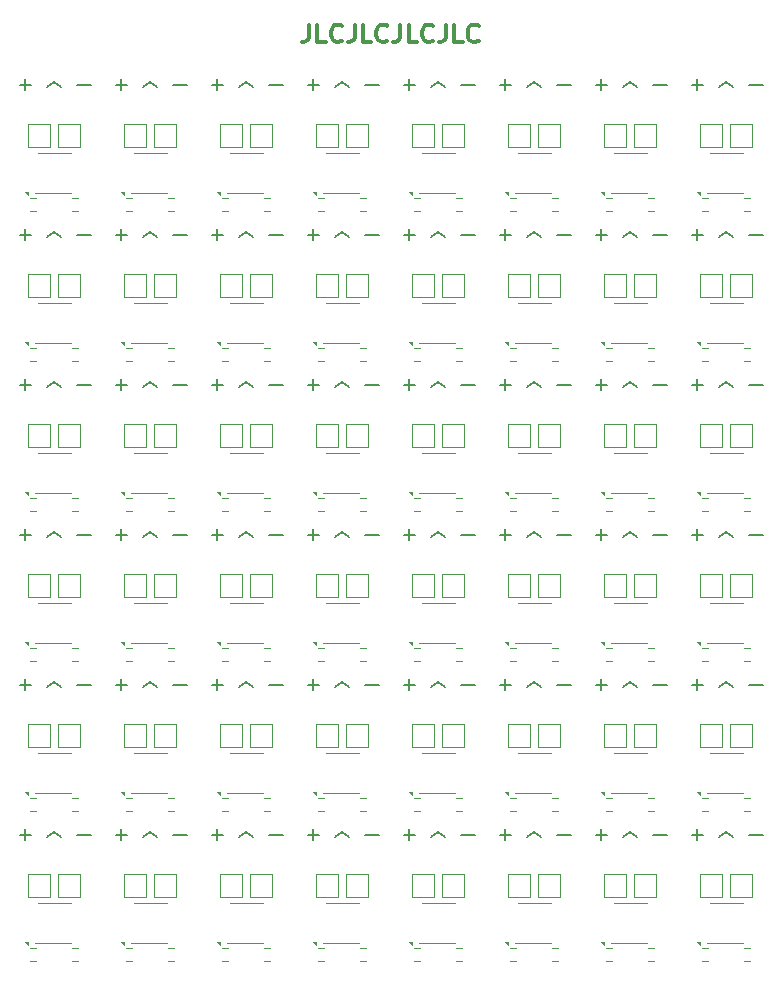
<source format=gto>
G04 #@! TF.GenerationSoftware,KiCad,Pcbnew,8.0.2-1*
G04 #@! TF.CreationDate,2024-06-10T22:55:01+02:00*
G04 #@! TF.ProjectId,panel-eyes,70616e65-6c2d-4657-9965-732e6b696361,rev?*
G04 #@! TF.SameCoordinates,Original*
G04 #@! TF.FileFunction,Legend,Top*
G04 #@! TF.FilePolarity,Positive*
%FSLAX46Y46*%
G04 Gerber Fmt 4.6, Leading zero omitted, Abs format (unit mm)*
G04 Created by KiCad (PCBNEW 8.0.2-1) date 2024-06-10 22:55:01*
%MOMM*%
%LPD*%
G01*
G04 APERTURE LIST*
%ADD10C,0.150000*%
%ADD11C,0.300000*%
%ADD12C,0.120000*%
G04 APERTURE END LIST*
D10*
X27826571Y-6951271D02*
X28397999Y-6522700D01*
X28397999Y-6522700D02*
X28969428Y-6951271D01*
X31509428Y-57573800D02*
X30366571Y-57573800D01*
X15253428Y-57573800D02*
X14110571Y-57573800D01*
X58468366Y-58056738D02*
X58468366Y-57066262D01*
X58963604Y-57561500D02*
X57973128Y-57561500D01*
X58468366Y-7256738D02*
X58468366Y-6266262D01*
X58963604Y-6761500D02*
X57973128Y-6761500D01*
X11570571Y-57751271D02*
X12141999Y-57322700D01*
X12141999Y-57322700D02*
X12713428Y-57751271D01*
X31509428Y-19473800D02*
X30366571Y-19473800D01*
X44082571Y-45051271D02*
X44653999Y-44622700D01*
X44653999Y-44622700D02*
X45225428Y-45051271D01*
X44082571Y-6951271D02*
X44653999Y-6522700D01*
X44653999Y-6522700D02*
X45225428Y-6951271D01*
X15253428Y-32173800D02*
X14110571Y-32173800D01*
X42212366Y-45356738D02*
X42212366Y-44366262D01*
X42707604Y-44861500D02*
X41717128Y-44861500D01*
X9700366Y-45356738D02*
X9700366Y-44366262D01*
X10195604Y-44861500D02*
X9205128Y-44861500D01*
X35954571Y-19651271D02*
X36525999Y-19222700D01*
X36525999Y-19222700D02*
X37097428Y-19651271D01*
X27826571Y-32351271D02*
X28397999Y-31922700D01*
X28397999Y-31922700D02*
X28969428Y-32351271D01*
X27826571Y-70451271D02*
X28397999Y-70022700D01*
X28397999Y-70022700D02*
X28969428Y-70451271D01*
X47765428Y-19473800D02*
X46622571Y-19473800D01*
X3442571Y-45051271D02*
X4013999Y-44622700D01*
X4013999Y-44622700D02*
X4585428Y-45051271D01*
X42212366Y-19956738D02*
X42212366Y-18966262D01*
X42707604Y-19461500D02*
X41717128Y-19461500D01*
X34084366Y-58056738D02*
X34084366Y-57066262D01*
X34579604Y-57561500D02*
X33589128Y-57561500D01*
X31509428Y-32173800D02*
X30366571Y-32173800D01*
X23381428Y-32173800D02*
X22238571Y-32173800D01*
X64021428Y-6773800D02*
X62878571Y-6773800D01*
X34084366Y-32656738D02*
X34084366Y-31666262D01*
X34579604Y-32161500D02*
X33589128Y-32161500D01*
X50340366Y-45356738D02*
X50340366Y-44366262D01*
X50835604Y-44861500D02*
X49845128Y-44861500D01*
X31509428Y-44873800D02*
X30366571Y-44873800D01*
X19698571Y-57751271D02*
X20269999Y-57322700D01*
X20269999Y-57322700D02*
X20841428Y-57751271D01*
X23381428Y-6773800D02*
X22238571Y-6773800D01*
X11570571Y-32351271D02*
X12141999Y-31922700D01*
X12141999Y-31922700D02*
X12713428Y-32351271D01*
X39637428Y-44873800D02*
X38494571Y-44873800D01*
X55893428Y-32173800D02*
X54750571Y-32173800D01*
X60338571Y-57751271D02*
X60909999Y-57322700D01*
X60909999Y-57322700D02*
X61481428Y-57751271D01*
X52210571Y-45051271D02*
X52781999Y-44622700D01*
X52781999Y-44622700D02*
X53353428Y-45051271D01*
X19698571Y-19651271D02*
X20269999Y-19222700D01*
X20269999Y-19222700D02*
X20841428Y-19651271D01*
X39637428Y-57573800D02*
X38494571Y-57573800D01*
X17828366Y-7256738D02*
X17828366Y-6266262D01*
X18323604Y-6761500D02*
X17333128Y-6761500D01*
X1572366Y-7256738D02*
X1572366Y-6266262D01*
X2067604Y-6761500D02*
X1077128Y-6761500D01*
X3442571Y-6951271D02*
X4013999Y-6522700D01*
X4013999Y-6522700D02*
X4585428Y-6951271D01*
X39637428Y-6773800D02*
X38494571Y-6773800D01*
X47765428Y-6773800D02*
X46622571Y-6773800D01*
X50340366Y-58056738D02*
X50340366Y-57066262D01*
X50835604Y-57561500D02*
X49845128Y-57561500D01*
X42212366Y-32656738D02*
X42212366Y-31666262D01*
X42707604Y-32161500D02*
X41717128Y-32161500D01*
X23381428Y-57573800D02*
X22238571Y-57573800D01*
X25956366Y-32656738D02*
X25956366Y-31666262D01*
X26451604Y-32161500D02*
X25461128Y-32161500D01*
X11570571Y-19651271D02*
X12141999Y-19222700D01*
X12141999Y-19222700D02*
X12713428Y-19651271D01*
X25956366Y-19956738D02*
X25956366Y-18966262D01*
X26451604Y-19461500D02*
X25461128Y-19461500D01*
X58468366Y-19956738D02*
X58468366Y-18966262D01*
X58963604Y-19461500D02*
X57973128Y-19461500D01*
X42212366Y-70756738D02*
X42212366Y-69766262D01*
X42707604Y-70261500D02*
X41717128Y-70261500D01*
X15253428Y-70273800D02*
X14110571Y-70273800D01*
X23381428Y-19473800D02*
X22238571Y-19473800D01*
X55893428Y-19473800D02*
X54750571Y-19473800D01*
X11570571Y-6951271D02*
X12141999Y-6522700D01*
X12141999Y-6522700D02*
X12713428Y-6951271D01*
X31509428Y-70273800D02*
X30366571Y-70273800D01*
X35954571Y-57751271D02*
X36525999Y-57322700D01*
X36525999Y-57322700D02*
X37097428Y-57751271D01*
X50340366Y-7256738D02*
X50340366Y-6266262D01*
X50835604Y-6761500D02*
X49845128Y-6761500D01*
X25956366Y-7256738D02*
X25956366Y-6266262D01*
X26451604Y-6761500D02*
X25461128Y-6761500D01*
X55893428Y-70273800D02*
X54750571Y-70273800D01*
X27826571Y-57751271D02*
X28397999Y-57322700D01*
X28397999Y-57322700D02*
X28969428Y-57751271D01*
X17828366Y-45356738D02*
X17828366Y-44366262D01*
X18323604Y-44861500D02*
X17333128Y-44861500D01*
X60338571Y-19651271D02*
X60909999Y-19222700D01*
X60909999Y-19222700D02*
X61481428Y-19651271D01*
X58468366Y-70756738D02*
X58468366Y-69766262D01*
X58963604Y-70261500D02*
X57973128Y-70261500D01*
X55893428Y-44873800D02*
X54750571Y-44873800D01*
X50340366Y-19956738D02*
X50340366Y-18966262D01*
X50835604Y-19461500D02*
X49845128Y-19461500D01*
X39637428Y-19473800D02*
X38494571Y-19473800D01*
X52210571Y-70451271D02*
X52781999Y-70022700D01*
X52781999Y-70022700D02*
X53353428Y-70451271D01*
X34084366Y-70756738D02*
X34084366Y-69766262D01*
X34579604Y-70261500D02*
X33589128Y-70261500D01*
X58468366Y-32656738D02*
X58468366Y-31666262D01*
X58963604Y-32161500D02*
X57973128Y-32161500D01*
X47765428Y-32173800D02*
X46622571Y-32173800D01*
X34084366Y-45356738D02*
X34084366Y-44366262D01*
X34579604Y-44861500D02*
X33589128Y-44861500D01*
X7125428Y-57573800D02*
X5982571Y-57573800D01*
X17828366Y-32656738D02*
X17828366Y-31666262D01*
X18323604Y-32161500D02*
X17333128Y-32161500D01*
X27826571Y-45051271D02*
X28397999Y-44622700D01*
X28397999Y-44622700D02*
X28969428Y-45051271D01*
X64021428Y-44873800D02*
X62878571Y-44873800D01*
X31509428Y-6773800D02*
X30366571Y-6773800D01*
X17828366Y-58056738D02*
X17828366Y-57066262D01*
X18323604Y-57561500D02*
X17333128Y-57561500D01*
X44082571Y-57751271D02*
X44653999Y-57322700D01*
X44653999Y-57322700D02*
X45225428Y-57751271D01*
X50340366Y-32656738D02*
X50340366Y-31666262D01*
X50835604Y-32161500D02*
X49845128Y-32161500D01*
X9700366Y-7256738D02*
X9700366Y-6266262D01*
X10195604Y-6761500D02*
X9205128Y-6761500D01*
X7125428Y-44873800D02*
X5982571Y-44873800D01*
X3442571Y-57751271D02*
X4013999Y-57322700D01*
X4013999Y-57322700D02*
X4585428Y-57751271D01*
X39637428Y-70273800D02*
X38494571Y-70273800D01*
X11570571Y-70451271D02*
X12141999Y-70022700D01*
X12141999Y-70022700D02*
X12713428Y-70451271D01*
X19698571Y-70451271D02*
X20269999Y-70022700D01*
X20269999Y-70022700D02*
X20841428Y-70451271D01*
X3442571Y-32351271D02*
X4013999Y-31922700D01*
X4013999Y-31922700D02*
X4585428Y-32351271D01*
X52210571Y-19651271D02*
X52781999Y-19222700D01*
X52781999Y-19222700D02*
X53353428Y-19651271D01*
X35954571Y-32351271D02*
X36525999Y-31922700D01*
X36525999Y-31922700D02*
X37097428Y-32351271D01*
X34084366Y-19956738D02*
X34084366Y-18966262D01*
X34579604Y-19461500D02*
X33589128Y-19461500D01*
X60338571Y-6951271D02*
X60909999Y-6522700D01*
X60909999Y-6522700D02*
X61481428Y-6951271D01*
X9700366Y-19956738D02*
X9700366Y-18966262D01*
X10195604Y-19461500D02*
X9205128Y-19461500D01*
X64021428Y-19473800D02*
X62878571Y-19473800D01*
X60338571Y-70451271D02*
X60909999Y-70022700D01*
X60909999Y-70022700D02*
X61481428Y-70451271D01*
X15253428Y-6773800D02*
X14110571Y-6773800D01*
X15253428Y-44873800D02*
X14110571Y-44873800D01*
X44082571Y-70451271D02*
X44653999Y-70022700D01*
X44653999Y-70022700D02*
X45225428Y-70451271D01*
X35954571Y-6951271D02*
X36525999Y-6522700D01*
X36525999Y-6522700D02*
X37097428Y-6951271D01*
X35954571Y-45051271D02*
X36525999Y-44622700D01*
X36525999Y-44622700D02*
X37097428Y-45051271D01*
X7125428Y-19473800D02*
X5982571Y-19473800D01*
X52210571Y-32351271D02*
X52781999Y-31922700D01*
X52781999Y-31922700D02*
X53353428Y-32351271D01*
X9700366Y-32656738D02*
X9700366Y-31666262D01*
X10195604Y-32161500D02*
X9205128Y-32161500D01*
X64021428Y-57573800D02*
X62878571Y-57573800D01*
X3442571Y-70451271D02*
X4013999Y-70022700D01*
X4013999Y-70022700D02*
X4585428Y-70451271D01*
X1572366Y-32656738D02*
X1572366Y-31666262D01*
X2067604Y-32161500D02*
X1077128Y-32161500D01*
X7125428Y-32173800D02*
X5982571Y-32173800D01*
X17828366Y-19956738D02*
X17828366Y-18966262D01*
X18323604Y-19461500D02*
X17333128Y-19461500D01*
X7125428Y-70273800D02*
X5982571Y-70273800D01*
X1572366Y-19956738D02*
X1572366Y-18966262D01*
X2067604Y-19461500D02*
X1077128Y-19461500D01*
X47765428Y-57573800D02*
X46622571Y-57573800D01*
X35954571Y-70451271D02*
X36525999Y-70022700D01*
X36525999Y-70022700D02*
X37097428Y-70451271D01*
X34084366Y-7256738D02*
X34084366Y-6266262D01*
X34579604Y-6761500D02*
X33589128Y-6761500D01*
X1572366Y-58056738D02*
X1572366Y-57066262D01*
X2067604Y-57561500D02*
X1077128Y-57561500D01*
X55893428Y-57573800D02*
X54750571Y-57573800D01*
X39637428Y-32173800D02*
X38494571Y-32173800D01*
X19698571Y-32351271D02*
X20269999Y-31922700D01*
X20269999Y-31922700D02*
X20841428Y-32351271D01*
X27826571Y-19651271D02*
X28397999Y-19222700D01*
X28397999Y-19222700D02*
X28969428Y-19651271D01*
X25956366Y-58056738D02*
X25956366Y-57066262D01*
X26451604Y-57561500D02*
X25461128Y-57561500D01*
X42212366Y-7256738D02*
X42212366Y-6266262D01*
X42707604Y-6761500D02*
X41717128Y-6761500D01*
X47765428Y-44873800D02*
X46622571Y-44873800D01*
X23381428Y-70273800D02*
X22238571Y-70273800D01*
D11*
X25583428Y-1678328D02*
X25583428Y-2749757D01*
X25583428Y-2749757D02*
X25511999Y-2964042D01*
X25511999Y-2964042D02*
X25369142Y-3106900D01*
X25369142Y-3106900D02*
X25154856Y-3178328D01*
X25154856Y-3178328D02*
X25011999Y-3178328D01*
X27011999Y-3178328D02*
X26297713Y-3178328D01*
X26297713Y-3178328D02*
X26297713Y-1678328D01*
X28369142Y-3035471D02*
X28297714Y-3106900D01*
X28297714Y-3106900D02*
X28083428Y-3178328D01*
X28083428Y-3178328D02*
X27940571Y-3178328D01*
X27940571Y-3178328D02*
X27726285Y-3106900D01*
X27726285Y-3106900D02*
X27583428Y-2964042D01*
X27583428Y-2964042D02*
X27511999Y-2821185D01*
X27511999Y-2821185D02*
X27440571Y-2535471D01*
X27440571Y-2535471D02*
X27440571Y-2321185D01*
X27440571Y-2321185D02*
X27511999Y-2035471D01*
X27511999Y-2035471D02*
X27583428Y-1892614D01*
X27583428Y-1892614D02*
X27726285Y-1749757D01*
X27726285Y-1749757D02*
X27940571Y-1678328D01*
X27940571Y-1678328D02*
X28083428Y-1678328D01*
X28083428Y-1678328D02*
X28297714Y-1749757D01*
X28297714Y-1749757D02*
X28369142Y-1821185D01*
X29440571Y-1678328D02*
X29440571Y-2749757D01*
X29440571Y-2749757D02*
X29369142Y-2964042D01*
X29369142Y-2964042D02*
X29226285Y-3106900D01*
X29226285Y-3106900D02*
X29011999Y-3178328D01*
X29011999Y-3178328D02*
X28869142Y-3178328D01*
X30869142Y-3178328D02*
X30154856Y-3178328D01*
X30154856Y-3178328D02*
X30154856Y-1678328D01*
X32226285Y-3035471D02*
X32154857Y-3106900D01*
X32154857Y-3106900D02*
X31940571Y-3178328D01*
X31940571Y-3178328D02*
X31797714Y-3178328D01*
X31797714Y-3178328D02*
X31583428Y-3106900D01*
X31583428Y-3106900D02*
X31440571Y-2964042D01*
X31440571Y-2964042D02*
X31369142Y-2821185D01*
X31369142Y-2821185D02*
X31297714Y-2535471D01*
X31297714Y-2535471D02*
X31297714Y-2321185D01*
X31297714Y-2321185D02*
X31369142Y-2035471D01*
X31369142Y-2035471D02*
X31440571Y-1892614D01*
X31440571Y-1892614D02*
X31583428Y-1749757D01*
X31583428Y-1749757D02*
X31797714Y-1678328D01*
X31797714Y-1678328D02*
X31940571Y-1678328D01*
X31940571Y-1678328D02*
X32154857Y-1749757D01*
X32154857Y-1749757D02*
X32226285Y-1821185D01*
X33297714Y-1678328D02*
X33297714Y-2749757D01*
X33297714Y-2749757D02*
X33226285Y-2964042D01*
X33226285Y-2964042D02*
X33083428Y-3106900D01*
X33083428Y-3106900D02*
X32869142Y-3178328D01*
X32869142Y-3178328D02*
X32726285Y-3178328D01*
X34726285Y-3178328D02*
X34011999Y-3178328D01*
X34011999Y-3178328D02*
X34011999Y-1678328D01*
X36083428Y-3035471D02*
X36012000Y-3106900D01*
X36012000Y-3106900D02*
X35797714Y-3178328D01*
X35797714Y-3178328D02*
X35654857Y-3178328D01*
X35654857Y-3178328D02*
X35440571Y-3106900D01*
X35440571Y-3106900D02*
X35297714Y-2964042D01*
X35297714Y-2964042D02*
X35226285Y-2821185D01*
X35226285Y-2821185D02*
X35154857Y-2535471D01*
X35154857Y-2535471D02*
X35154857Y-2321185D01*
X35154857Y-2321185D02*
X35226285Y-2035471D01*
X35226285Y-2035471D02*
X35297714Y-1892614D01*
X35297714Y-1892614D02*
X35440571Y-1749757D01*
X35440571Y-1749757D02*
X35654857Y-1678328D01*
X35654857Y-1678328D02*
X35797714Y-1678328D01*
X35797714Y-1678328D02*
X36012000Y-1749757D01*
X36012000Y-1749757D02*
X36083428Y-1821185D01*
X37154857Y-1678328D02*
X37154857Y-2749757D01*
X37154857Y-2749757D02*
X37083428Y-2964042D01*
X37083428Y-2964042D02*
X36940571Y-3106900D01*
X36940571Y-3106900D02*
X36726285Y-3178328D01*
X36726285Y-3178328D02*
X36583428Y-3178328D01*
X38583428Y-3178328D02*
X37869142Y-3178328D01*
X37869142Y-3178328D02*
X37869142Y-1678328D01*
X39940571Y-3035471D02*
X39869143Y-3106900D01*
X39869143Y-3106900D02*
X39654857Y-3178328D01*
X39654857Y-3178328D02*
X39512000Y-3178328D01*
X39512000Y-3178328D02*
X39297714Y-3106900D01*
X39297714Y-3106900D02*
X39154857Y-2964042D01*
X39154857Y-2964042D02*
X39083428Y-2821185D01*
X39083428Y-2821185D02*
X39012000Y-2535471D01*
X39012000Y-2535471D02*
X39012000Y-2321185D01*
X39012000Y-2321185D02*
X39083428Y-2035471D01*
X39083428Y-2035471D02*
X39154857Y-1892614D01*
X39154857Y-1892614D02*
X39297714Y-1749757D01*
X39297714Y-1749757D02*
X39512000Y-1678328D01*
X39512000Y-1678328D02*
X39654857Y-1678328D01*
X39654857Y-1678328D02*
X39869143Y-1749757D01*
X39869143Y-1749757D02*
X39940571Y-1821185D01*
D10*
X58468366Y-45356738D02*
X58468366Y-44366262D01*
X58963604Y-44861500D02*
X57973128Y-44861500D01*
X9700366Y-70756738D02*
X9700366Y-69766262D01*
X10195604Y-70261500D02*
X9205128Y-70261500D01*
X1572366Y-45356738D02*
X1572366Y-44366262D01*
X2067604Y-44861500D02*
X1077128Y-44861500D01*
X19698571Y-45051271D02*
X20269999Y-44622700D01*
X20269999Y-44622700D02*
X20841428Y-45051271D01*
X17828366Y-70756738D02*
X17828366Y-69766262D01*
X18323604Y-70261500D02*
X17333128Y-70261500D01*
X50340366Y-70756738D02*
X50340366Y-69766262D01*
X50835604Y-70261500D02*
X49845128Y-70261500D01*
X23381428Y-44873800D02*
X22238571Y-44873800D01*
X52210571Y-57751271D02*
X52781999Y-57322700D01*
X52781999Y-57322700D02*
X53353428Y-57751271D01*
X25956366Y-45356738D02*
X25956366Y-44366262D01*
X26451604Y-44861500D02*
X25461128Y-44861500D01*
X11570571Y-45051271D02*
X12141999Y-44622700D01*
X12141999Y-44622700D02*
X12713428Y-45051271D01*
X25956366Y-70756738D02*
X25956366Y-69766262D01*
X26451604Y-70261500D02*
X25461128Y-70261500D01*
X44082571Y-19651271D02*
X44653999Y-19222700D01*
X44653999Y-19222700D02*
X45225428Y-19651271D01*
X64021428Y-70273800D02*
X62878571Y-70273800D01*
X60338571Y-45051271D02*
X60909999Y-44622700D01*
X60909999Y-44622700D02*
X61481428Y-45051271D01*
X7125428Y-6773800D02*
X5982571Y-6773800D01*
X9700366Y-58056738D02*
X9700366Y-57066262D01*
X10195604Y-57561500D02*
X9205128Y-57561500D01*
X1572366Y-70756738D02*
X1572366Y-69766262D01*
X2067604Y-70261500D02*
X1077128Y-70261500D01*
X64021428Y-32173800D02*
X62878571Y-32173800D01*
X44082571Y-32351271D02*
X44653999Y-31922700D01*
X44653999Y-31922700D02*
X45225428Y-32351271D01*
X15253428Y-19473800D02*
X14110571Y-19473800D01*
X52210571Y-6951271D02*
X52781999Y-6522700D01*
X52781999Y-6522700D02*
X53353428Y-6951271D01*
X47765428Y-70273800D02*
X46622571Y-70273800D01*
X55893428Y-6773800D02*
X54750571Y-6773800D01*
X60338571Y-32351271D02*
X60909999Y-31922700D01*
X60909999Y-31922700D02*
X61481428Y-32351271D01*
X19698571Y-6951271D02*
X20269999Y-6522700D01*
X20269999Y-6522700D02*
X20841428Y-6951271D01*
X42212366Y-58056738D02*
X42212366Y-57066262D01*
X42707604Y-57561500D02*
X41717128Y-57561500D01*
X3442571Y-19651271D02*
X4013999Y-19222700D01*
X4013999Y-19222700D02*
X4585428Y-19651271D01*
D12*
G04 #@! TO.C,U1*
X13592000Y-12554500D02*
X10792000Y-12554500D01*
X13592000Y-15954500D02*
X10522000Y-15954500D01*
X9962000Y-16144500D02*
X9682000Y-15864500D01*
X9962000Y-15864500D01*
X9962000Y-16144500D01*
G36*
X9962000Y-16144500D02*
G01*
X9682000Y-15864500D01*
X9962000Y-15864500D01*
X9962000Y-16144500D01*
G37*
G04 #@! TO.C,TP2*
X34306000Y-10129500D02*
X36206000Y-10129500D01*
X34306000Y-12029500D02*
X34306000Y-10129500D01*
X36206000Y-10129500D02*
X36206000Y-12029500D01*
X36206000Y-12029500D02*
X34306000Y-12029500D01*
G04 #@! TO.C,R1*
X34510742Y-54499000D02*
X34985258Y-54499000D01*
X34510742Y-55544000D02*
X34985258Y-55544000D01*
G04 #@! TO.C,R2*
X13682742Y-54499000D02*
X14157258Y-54499000D01*
X13682742Y-55544000D02*
X14157258Y-55544000D01*
G04 #@! TO.C,TP1*
X4334000Y-60929500D02*
X6234000Y-60929500D01*
X4334000Y-62829500D02*
X4334000Y-60929500D01*
X6234000Y-60929500D02*
X6234000Y-62829500D01*
X6234000Y-62829500D02*
X4334000Y-62829500D01*
G04 #@! TO.C,U1*
X13592000Y-37954500D02*
X10792000Y-37954500D01*
X13592000Y-41354500D02*
X10522000Y-41354500D01*
X9962000Y-41544500D02*
X9682000Y-41264500D01*
X9962000Y-41264500D01*
X9962000Y-41544500D01*
G36*
X9962000Y-41544500D02*
G01*
X9682000Y-41264500D01*
X9962000Y-41264500D01*
X9962000Y-41544500D01*
G37*
G04 #@! TO.C,TP1*
X12462000Y-48229500D02*
X14362000Y-48229500D01*
X12462000Y-50129500D02*
X12462000Y-48229500D01*
X14362000Y-48229500D02*
X14362000Y-50129500D01*
X14362000Y-50129500D02*
X12462000Y-50129500D01*
G04 #@! TO.C,U1*
X5464000Y-37954500D02*
X2664000Y-37954500D01*
X5464000Y-41354500D02*
X2394000Y-41354500D01*
X1834000Y-41544500D02*
X1554000Y-41264500D01*
X1834000Y-41264500D01*
X1834000Y-41544500D01*
G36*
X1834000Y-41544500D02*
G01*
X1554000Y-41264500D01*
X1834000Y-41264500D01*
X1834000Y-41544500D01*
G37*
G04 #@! TO.C,R1*
X58894742Y-41799000D02*
X59369258Y-41799000D01*
X58894742Y-42844000D02*
X59369258Y-42844000D01*
G04 #@! TO.C,TP2*
X18050000Y-60929500D02*
X19950000Y-60929500D01*
X18050000Y-62829500D02*
X18050000Y-60929500D01*
X19950000Y-60929500D02*
X19950000Y-62829500D01*
X19950000Y-62829500D02*
X18050000Y-62829500D01*
G04 #@! TO.C,TP1*
X61230000Y-60929500D02*
X63130000Y-60929500D01*
X61230000Y-62829500D02*
X61230000Y-60929500D01*
X63130000Y-60929500D02*
X63130000Y-62829500D01*
X63130000Y-62829500D02*
X61230000Y-62829500D01*
G04 #@! TO.C,TP2*
X26178000Y-10129500D02*
X28078000Y-10129500D01*
X26178000Y-12029500D02*
X26178000Y-10129500D01*
X28078000Y-10129500D02*
X28078000Y-12029500D01*
X28078000Y-12029500D02*
X26178000Y-12029500D01*
X1794000Y-48229500D02*
X3694000Y-48229500D01*
X1794000Y-50129500D02*
X1794000Y-48229500D01*
X3694000Y-48229500D02*
X3694000Y-50129500D01*
X3694000Y-50129500D02*
X1794000Y-50129500D01*
G04 #@! TO.C,TP1*
X61230000Y-73629500D02*
X63130000Y-73629500D01*
X61230000Y-75529500D02*
X61230000Y-73629500D01*
X63130000Y-73629500D02*
X63130000Y-75529500D01*
X63130000Y-75529500D02*
X61230000Y-75529500D01*
X53102000Y-60929500D02*
X55002000Y-60929500D01*
X53102000Y-62829500D02*
X53102000Y-60929500D01*
X55002000Y-60929500D02*
X55002000Y-62829500D01*
X55002000Y-62829500D02*
X53102000Y-62829500D01*
G04 #@! TO.C,TP2*
X9922000Y-22829500D02*
X11822000Y-22829500D01*
X9922000Y-24729500D02*
X9922000Y-22829500D01*
X11822000Y-22829500D02*
X11822000Y-24729500D01*
X11822000Y-24729500D02*
X9922000Y-24729500D01*
G04 #@! TO.C,R1*
X34510742Y-41799000D02*
X34985258Y-41799000D01*
X34510742Y-42844000D02*
X34985258Y-42844000D01*
G04 #@! TO.C,R2*
X29938742Y-67199000D02*
X30413258Y-67199000D01*
X29938742Y-68244000D02*
X30413258Y-68244000D01*
G04 #@! TO.C,TP2*
X1794000Y-60929500D02*
X3694000Y-60929500D01*
X1794000Y-62829500D02*
X1794000Y-60929500D01*
X3694000Y-60929500D02*
X3694000Y-62829500D01*
X3694000Y-62829500D02*
X1794000Y-62829500D01*
G04 #@! TO.C,TP1*
X4334000Y-35529500D02*
X6234000Y-35529500D01*
X4334000Y-37429500D02*
X4334000Y-35529500D01*
X6234000Y-35529500D02*
X6234000Y-37429500D01*
X6234000Y-37429500D02*
X4334000Y-37429500D01*
G04 #@! TO.C,R2*
X21810742Y-79899000D02*
X22285258Y-79899000D01*
X21810742Y-80944000D02*
X22285258Y-80944000D01*
G04 #@! TO.C,R1*
X10126742Y-67199000D02*
X10601258Y-67199000D01*
X10126742Y-68244000D02*
X10601258Y-68244000D01*
X10126742Y-16399000D02*
X10601258Y-16399000D01*
X10126742Y-17444000D02*
X10601258Y-17444000D01*
G04 #@! TO.C,TP2*
X9922000Y-10129500D02*
X11822000Y-10129500D01*
X9922000Y-12029500D02*
X9922000Y-10129500D01*
X11822000Y-10129500D02*
X11822000Y-12029500D01*
X11822000Y-12029500D02*
X9922000Y-12029500D01*
G04 #@! TO.C,U1*
X21720000Y-63354500D02*
X18920000Y-63354500D01*
X21720000Y-66754500D02*
X18650000Y-66754500D01*
X18090000Y-66944500D02*
X17810000Y-66664500D01*
X18090000Y-66664500D01*
X18090000Y-66944500D01*
G36*
X18090000Y-66944500D02*
G01*
X17810000Y-66664500D01*
X18090000Y-66664500D01*
X18090000Y-66944500D01*
G37*
G04 #@! TO.C,R1*
X1998742Y-54499000D02*
X2473258Y-54499000D01*
X1998742Y-55544000D02*
X2473258Y-55544000D01*
G04 #@! TO.C,TP2*
X18050000Y-48229500D02*
X19950000Y-48229500D01*
X18050000Y-50129500D02*
X18050000Y-48229500D01*
X19950000Y-48229500D02*
X19950000Y-50129500D01*
X19950000Y-50129500D02*
X18050000Y-50129500D01*
G04 #@! TO.C,R2*
X62450742Y-79899000D02*
X62925258Y-79899000D01*
X62450742Y-80944000D02*
X62925258Y-80944000D01*
G04 #@! TO.C,TP2*
X9922000Y-35529500D02*
X11822000Y-35529500D01*
X9922000Y-37429500D02*
X9922000Y-35529500D01*
X11822000Y-35529500D02*
X11822000Y-37429500D01*
X11822000Y-37429500D02*
X9922000Y-37429500D01*
X58690000Y-10129500D02*
X60590000Y-10129500D01*
X58690000Y-12029500D02*
X58690000Y-10129500D01*
X60590000Y-10129500D02*
X60590000Y-12029500D01*
X60590000Y-12029500D02*
X58690000Y-12029500D01*
G04 #@! TO.C,R1*
X1998742Y-67199000D02*
X2473258Y-67199000D01*
X1998742Y-68244000D02*
X2473258Y-68244000D01*
G04 #@! TO.C,TP2*
X58690000Y-48229500D02*
X60590000Y-48229500D01*
X58690000Y-50129500D02*
X58690000Y-48229500D01*
X60590000Y-48229500D02*
X60590000Y-50129500D01*
X60590000Y-50129500D02*
X58690000Y-50129500D01*
G04 #@! TO.C,U1*
X37976000Y-12554500D02*
X35176000Y-12554500D01*
X37976000Y-15954500D02*
X34906000Y-15954500D01*
X34346000Y-16144500D02*
X34066000Y-15864500D01*
X34346000Y-15864500D01*
X34346000Y-16144500D01*
G36*
X34346000Y-16144500D02*
G01*
X34066000Y-15864500D01*
X34346000Y-15864500D01*
X34346000Y-16144500D01*
G37*
G04 #@! TO.C,R2*
X62450742Y-67199000D02*
X62925258Y-67199000D01*
X62450742Y-68244000D02*
X62925258Y-68244000D01*
X38066742Y-41799000D02*
X38541258Y-41799000D01*
X38066742Y-42844000D02*
X38541258Y-42844000D01*
X62450742Y-54499000D02*
X62925258Y-54499000D01*
X62450742Y-55544000D02*
X62925258Y-55544000D01*
G04 #@! TO.C,U1*
X5464000Y-76054500D02*
X2664000Y-76054500D01*
X5464000Y-79454500D02*
X2394000Y-79454500D01*
X1834000Y-79644500D02*
X1554000Y-79364500D01*
X1834000Y-79364500D01*
X1834000Y-79644500D01*
G36*
X1834000Y-79644500D02*
G01*
X1554000Y-79364500D01*
X1834000Y-79364500D01*
X1834000Y-79644500D01*
G37*
G04 #@! TO.C,R1*
X26382742Y-54499000D02*
X26857258Y-54499000D01*
X26382742Y-55544000D02*
X26857258Y-55544000D01*
G04 #@! TO.C,U1*
X21720000Y-12554500D02*
X18920000Y-12554500D01*
X21720000Y-15954500D02*
X18650000Y-15954500D01*
X18090000Y-16144500D02*
X17810000Y-15864500D01*
X18090000Y-15864500D01*
X18090000Y-16144500D01*
G36*
X18090000Y-16144500D02*
G01*
X17810000Y-15864500D01*
X18090000Y-15864500D01*
X18090000Y-16144500D01*
G37*
G04 #@! TO.C,R2*
X38066742Y-29099000D02*
X38541258Y-29099000D01*
X38066742Y-30144000D02*
X38541258Y-30144000D01*
X46194742Y-67199000D02*
X46669258Y-67199000D01*
X46194742Y-68244000D02*
X46669258Y-68244000D01*
G04 #@! TO.C,U1*
X29848000Y-50654500D02*
X27048000Y-50654500D01*
X29848000Y-54054500D02*
X26778000Y-54054500D01*
X26218000Y-54244500D02*
X25938000Y-53964500D01*
X26218000Y-53964500D01*
X26218000Y-54244500D01*
G36*
X26218000Y-54244500D02*
G01*
X25938000Y-53964500D01*
X26218000Y-53964500D01*
X26218000Y-54244500D01*
G37*
G04 #@! TO.C,R2*
X21810742Y-29099000D02*
X22285258Y-29099000D01*
X21810742Y-30144000D02*
X22285258Y-30144000D01*
X62450742Y-16399000D02*
X62925258Y-16399000D01*
X62450742Y-17444000D02*
X62925258Y-17444000D01*
G04 #@! TO.C,R1*
X58894742Y-29099000D02*
X59369258Y-29099000D01*
X58894742Y-30144000D02*
X59369258Y-30144000D01*
G04 #@! TO.C,TP1*
X20590000Y-35529500D02*
X22490000Y-35529500D01*
X20590000Y-37429500D02*
X20590000Y-35529500D01*
X22490000Y-35529500D02*
X22490000Y-37429500D01*
X22490000Y-37429500D02*
X20590000Y-37429500D01*
G04 #@! TO.C,R1*
X1998742Y-41799000D02*
X2473258Y-41799000D01*
X1998742Y-42844000D02*
X2473258Y-42844000D01*
G04 #@! TO.C,TP2*
X58690000Y-60929500D02*
X60590000Y-60929500D01*
X58690000Y-62829500D02*
X58690000Y-60929500D01*
X60590000Y-60929500D02*
X60590000Y-62829500D01*
X60590000Y-62829500D02*
X58690000Y-62829500D01*
G04 #@! TO.C,TP1*
X20590000Y-10129500D02*
X22490000Y-10129500D01*
X20590000Y-12029500D02*
X20590000Y-10129500D01*
X22490000Y-10129500D02*
X22490000Y-12029500D01*
X22490000Y-12029500D02*
X20590000Y-12029500D01*
X28718000Y-73629500D02*
X30618000Y-73629500D01*
X28718000Y-75529500D02*
X28718000Y-73629500D01*
X30618000Y-73629500D02*
X30618000Y-75529500D01*
X30618000Y-75529500D02*
X28718000Y-75529500D01*
G04 #@! TO.C,R1*
X50766742Y-54499000D02*
X51241258Y-54499000D01*
X50766742Y-55544000D02*
X51241258Y-55544000D01*
G04 #@! TO.C,TP2*
X26178000Y-22829500D02*
X28078000Y-22829500D01*
X26178000Y-24729500D02*
X26178000Y-22829500D01*
X28078000Y-22829500D02*
X28078000Y-24729500D01*
X28078000Y-24729500D02*
X26178000Y-24729500D01*
G04 #@! TO.C,U1*
X21720000Y-76054500D02*
X18920000Y-76054500D01*
X21720000Y-79454500D02*
X18650000Y-79454500D01*
X18090000Y-79644500D02*
X17810000Y-79364500D01*
X18090000Y-79364500D01*
X18090000Y-79644500D01*
G36*
X18090000Y-79644500D02*
G01*
X17810000Y-79364500D01*
X18090000Y-79364500D01*
X18090000Y-79644500D01*
G37*
G04 #@! TO.C,TP1*
X20590000Y-22829500D02*
X22490000Y-22829500D01*
X20590000Y-24729500D02*
X20590000Y-22829500D01*
X22490000Y-22829500D02*
X22490000Y-24729500D01*
X22490000Y-24729500D02*
X20590000Y-24729500D01*
G04 #@! TO.C,R2*
X29938742Y-54499000D02*
X30413258Y-54499000D01*
X29938742Y-55544000D02*
X30413258Y-55544000D01*
G04 #@! TO.C,TP2*
X58690000Y-22829500D02*
X60590000Y-22829500D01*
X58690000Y-24729500D02*
X58690000Y-22829500D01*
X60590000Y-22829500D02*
X60590000Y-24729500D01*
X60590000Y-24729500D02*
X58690000Y-24729500D01*
X42434000Y-22829500D02*
X44334000Y-22829500D01*
X42434000Y-24729500D02*
X42434000Y-22829500D01*
X44334000Y-22829500D02*
X44334000Y-24729500D01*
X44334000Y-24729500D02*
X42434000Y-24729500D01*
G04 #@! TO.C,R1*
X50766742Y-67199000D02*
X51241258Y-67199000D01*
X50766742Y-68244000D02*
X51241258Y-68244000D01*
G04 #@! TO.C,TP1*
X44974000Y-60929500D02*
X46874000Y-60929500D01*
X44974000Y-62829500D02*
X44974000Y-60929500D01*
X46874000Y-60929500D02*
X46874000Y-62829500D01*
X46874000Y-62829500D02*
X44974000Y-62829500D01*
G04 #@! TO.C,TP2*
X1794000Y-73629500D02*
X3694000Y-73629500D01*
X1794000Y-75529500D02*
X1794000Y-73629500D01*
X3694000Y-73629500D02*
X3694000Y-75529500D01*
X3694000Y-75529500D02*
X1794000Y-75529500D01*
G04 #@! TO.C,TP1*
X20590000Y-60929500D02*
X22490000Y-60929500D01*
X20590000Y-62829500D02*
X20590000Y-60929500D01*
X22490000Y-60929500D02*
X22490000Y-62829500D01*
X22490000Y-62829500D02*
X20590000Y-62829500D01*
G04 #@! TO.C,TP2*
X50562000Y-73629500D02*
X52462000Y-73629500D01*
X50562000Y-75529500D02*
X50562000Y-73629500D01*
X52462000Y-73629500D02*
X52462000Y-75529500D01*
X52462000Y-75529500D02*
X50562000Y-75529500D01*
X50562000Y-60929500D02*
X52462000Y-60929500D01*
X50562000Y-62829500D02*
X50562000Y-60929500D01*
X52462000Y-60929500D02*
X52462000Y-62829500D01*
X52462000Y-62829500D02*
X50562000Y-62829500D01*
G04 #@! TO.C,R1*
X26382742Y-79899000D02*
X26857258Y-79899000D01*
X26382742Y-80944000D02*
X26857258Y-80944000D01*
G04 #@! TO.C,U1*
X37976000Y-76054500D02*
X35176000Y-76054500D01*
X37976000Y-79454500D02*
X34906000Y-79454500D01*
X34346000Y-79644500D02*
X34066000Y-79364500D01*
X34346000Y-79364500D01*
X34346000Y-79644500D01*
G36*
X34346000Y-79644500D02*
G01*
X34066000Y-79364500D01*
X34346000Y-79364500D01*
X34346000Y-79644500D01*
G37*
G04 #@! TO.C,TP1*
X44974000Y-10129500D02*
X46874000Y-10129500D01*
X44974000Y-12029500D02*
X44974000Y-10129500D01*
X46874000Y-10129500D02*
X46874000Y-12029500D01*
X46874000Y-12029500D02*
X44974000Y-12029500D01*
G04 #@! TO.C,TP2*
X18050000Y-10129500D02*
X19950000Y-10129500D01*
X18050000Y-12029500D02*
X18050000Y-10129500D01*
X19950000Y-10129500D02*
X19950000Y-12029500D01*
X19950000Y-12029500D02*
X18050000Y-12029500D01*
G04 #@! TO.C,R2*
X5554742Y-67199000D02*
X6029258Y-67199000D01*
X5554742Y-68244000D02*
X6029258Y-68244000D01*
G04 #@! TO.C,R1*
X58894742Y-67199000D02*
X59369258Y-67199000D01*
X58894742Y-68244000D02*
X59369258Y-68244000D01*
G04 #@! TO.C,U1*
X37976000Y-25254500D02*
X35176000Y-25254500D01*
X37976000Y-28654500D02*
X34906000Y-28654500D01*
X34346000Y-28844500D02*
X34066000Y-28564500D01*
X34346000Y-28564500D01*
X34346000Y-28844500D01*
G36*
X34346000Y-28844500D02*
G01*
X34066000Y-28564500D01*
X34346000Y-28564500D01*
X34346000Y-28844500D01*
G37*
X54232000Y-76054500D02*
X51432000Y-76054500D01*
X54232000Y-79454500D02*
X51162000Y-79454500D01*
X50602000Y-79644500D02*
X50322000Y-79364500D01*
X50602000Y-79364500D01*
X50602000Y-79644500D01*
G36*
X50602000Y-79644500D02*
G01*
X50322000Y-79364500D01*
X50602000Y-79364500D01*
X50602000Y-79644500D01*
G37*
G04 #@! TO.C,TP2*
X34306000Y-48229500D02*
X36206000Y-48229500D01*
X34306000Y-50129500D02*
X34306000Y-48229500D01*
X36206000Y-48229500D02*
X36206000Y-50129500D01*
X36206000Y-50129500D02*
X34306000Y-50129500D01*
G04 #@! TO.C,U1*
X54232000Y-37954500D02*
X51432000Y-37954500D01*
X54232000Y-41354500D02*
X51162000Y-41354500D01*
X50602000Y-41544500D02*
X50322000Y-41264500D01*
X50602000Y-41264500D01*
X50602000Y-41544500D01*
G36*
X50602000Y-41544500D02*
G01*
X50322000Y-41264500D01*
X50602000Y-41264500D01*
X50602000Y-41544500D01*
G37*
G04 #@! TO.C,R2*
X46194742Y-54499000D02*
X46669258Y-54499000D01*
X46194742Y-55544000D02*
X46669258Y-55544000D01*
G04 #@! TO.C,U1*
X21720000Y-25254500D02*
X18920000Y-25254500D01*
X21720000Y-28654500D02*
X18650000Y-28654500D01*
X18090000Y-28844500D02*
X17810000Y-28564500D01*
X18090000Y-28564500D01*
X18090000Y-28844500D01*
G36*
X18090000Y-28844500D02*
G01*
X17810000Y-28564500D01*
X18090000Y-28564500D01*
X18090000Y-28844500D01*
G37*
G04 #@! TO.C,R2*
X21810742Y-16399000D02*
X22285258Y-16399000D01*
X21810742Y-17444000D02*
X22285258Y-17444000D01*
G04 #@! TO.C,R1*
X34510742Y-79899000D02*
X34985258Y-79899000D01*
X34510742Y-80944000D02*
X34985258Y-80944000D01*
G04 #@! TO.C,TP1*
X36846000Y-73629500D02*
X38746000Y-73629500D01*
X36846000Y-75529500D02*
X36846000Y-73629500D01*
X38746000Y-73629500D02*
X38746000Y-75529500D01*
X38746000Y-75529500D02*
X36846000Y-75529500D01*
G04 #@! TO.C,U1*
X5464000Y-63354500D02*
X2664000Y-63354500D01*
X5464000Y-66754500D02*
X2394000Y-66754500D01*
X1834000Y-66944500D02*
X1554000Y-66664500D01*
X1834000Y-66664500D01*
X1834000Y-66944500D01*
G36*
X1834000Y-66944500D02*
G01*
X1554000Y-66664500D01*
X1834000Y-66664500D01*
X1834000Y-66944500D01*
G37*
G04 #@! TO.C,R2*
X29938742Y-16399000D02*
X30413258Y-16399000D01*
X29938742Y-17444000D02*
X30413258Y-17444000D01*
X21810742Y-41799000D02*
X22285258Y-41799000D01*
X21810742Y-42844000D02*
X22285258Y-42844000D01*
G04 #@! TO.C,TP1*
X4334000Y-10129500D02*
X6234000Y-10129500D01*
X4334000Y-12029500D02*
X4334000Y-10129500D01*
X6234000Y-10129500D02*
X6234000Y-12029500D01*
X6234000Y-12029500D02*
X4334000Y-12029500D01*
G04 #@! TO.C,TP2*
X26178000Y-60929500D02*
X28078000Y-60929500D01*
X26178000Y-62829500D02*
X26178000Y-60929500D01*
X28078000Y-60929500D02*
X28078000Y-62829500D01*
X28078000Y-62829500D02*
X26178000Y-62829500D01*
G04 #@! TO.C,TP1*
X4334000Y-22829500D02*
X6234000Y-22829500D01*
X4334000Y-24729500D02*
X4334000Y-22829500D01*
X6234000Y-22829500D02*
X6234000Y-24729500D01*
X6234000Y-24729500D02*
X4334000Y-24729500D01*
G04 #@! TO.C,R1*
X50766742Y-79899000D02*
X51241258Y-79899000D01*
X50766742Y-80944000D02*
X51241258Y-80944000D01*
G04 #@! TO.C,U1*
X46104000Y-76054500D02*
X43304000Y-76054500D01*
X46104000Y-79454500D02*
X43034000Y-79454500D01*
X42474000Y-79644500D02*
X42194000Y-79364500D01*
X42474000Y-79364500D01*
X42474000Y-79644500D01*
G36*
X42474000Y-79644500D02*
G01*
X42194000Y-79364500D01*
X42474000Y-79364500D01*
X42474000Y-79644500D01*
G37*
G04 #@! TO.C,R2*
X62450742Y-29099000D02*
X62925258Y-29099000D01*
X62450742Y-30144000D02*
X62925258Y-30144000D01*
G04 #@! TO.C,U1*
X54232000Y-63354500D02*
X51432000Y-63354500D01*
X54232000Y-66754500D02*
X51162000Y-66754500D01*
X50602000Y-66944500D02*
X50322000Y-66664500D01*
X50602000Y-66664500D01*
X50602000Y-66944500D01*
G36*
X50602000Y-66944500D02*
G01*
X50322000Y-66664500D01*
X50602000Y-66664500D01*
X50602000Y-66944500D01*
G37*
G04 #@! TO.C,R2*
X54322742Y-41799000D02*
X54797258Y-41799000D01*
X54322742Y-42844000D02*
X54797258Y-42844000D01*
G04 #@! TO.C,R1*
X10126742Y-29099000D02*
X10601258Y-29099000D01*
X10126742Y-30144000D02*
X10601258Y-30144000D01*
G04 #@! TO.C,TP1*
X4334000Y-48229500D02*
X6234000Y-48229500D01*
X4334000Y-50129500D02*
X4334000Y-48229500D01*
X6234000Y-48229500D02*
X6234000Y-50129500D01*
X6234000Y-50129500D02*
X4334000Y-50129500D01*
G04 #@! TO.C,R1*
X1998742Y-29099000D02*
X2473258Y-29099000D01*
X1998742Y-30144000D02*
X2473258Y-30144000D01*
G04 #@! TO.C,TP2*
X34306000Y-73629500D02*
X36206000Y-73629500D01*
X34306000Y-75529500D02*
X34306000Y-73629500D01*
X36206000Y-73629500D02*
X36206000Y-75529500D01*
X36206000Y-75529500D02*
X34306000Y-75529500D01*
G04 #@! TO.C,TP1*
X12462000Y-60929500D02*
X14362000Y-60929500D01*
X12462000Y-62829500D02*
X12462000Y-60929500D01*
X14362000Y-60929500D02*
X14362000Y-62829500D01*
X14362000Y-62829500D02*
X12462000Y-62829500D01*
G04 #@! TO.C,TP2*
X18050000Y-73629500D02*
X19950000Y-73629500D01*
X18050000Y-75529500D02*
X18050000Y-73629500D01*
X19950000Y-73629500D02*
X19950000Y-75529500D01*
X19950000Y-75529500D02*
X18050000Y-75529500D01*
G04 #@! TO.C,R1*
X26382742Y-29099000D02*
X26857258Y-29099000D01*
X26382742Y-30144000D02*
X26857258Y-30144000D01*
G04 #@! TO.C,U1*
X13592000Y-25254500D02*
X10792000Y-25254500D01*
X13592000Y-28654500D02*
X10522000Y-28654500D01*
X9962000Y-28844500D02*
X9682000Y-28564500D01*
X9962000Y-28564500D01*
X9962000Y-28844500D01*
G36*
X9962000Y-28844500D02*
G01*
X9682000Y-28564500D01*
X9962000Y-28564500D01*
X9962000Y-28844500D01*
G37*
G04 #@! TO.C,TP1*
X44974000Y-48229500D02*
X46874000Y-48229500D01*
X44974000Y-50129500D02*
X44974000Y-48229500D01*
X46874000Y-48229500D02*
X46874000Y-50129500D01*
X46874000Y-50129500D02*
X44974000Y-50129500D01*
X28718000Y-48229500D02*
X30618000Y-48229500D01*
X28718000Y-50129500D02*
X28718000Y-48229500D01*
X30618000Y-48229500D02*
X30618000Y-50129500D01*
X30618000Y-50129500D02*
X28718000Y-50129500D01*
X44974000Y-73629500D02*
X46874000Y-73629500D01*
X44974000Y-75529500D02*
X44974000Y-73629500D01*
X46874000Y-73629500D02*
X46874000Y-75529500D01*
X46874000Y-75529500D02*
X44974000Y-75529500D01*
X36846000Y-22829500D02*
X38746000Y-22829500D01*
X36846000Y-24729500D02*
X36846000Y-22829500D01*
X38746000Y-22829500D02*
X38746000Y-24729500D01*
X38746000Y-24729500D02*
X36846000Y-24729500D01*
X36846000Y-60929500D02*
X38746000Y-60929500D01*
X36846000Y-62829500D02*
X36846000Y-60929500D01*
X38746000Y-60929500D02*
X38746000Y-62829500D01*
X38746000Y-62829500D02*
X36846000Y-62829500D01*
G04 #@! TO.C,R1*
X50766742Y-16399000D02*
X51241258Y-16399000D01*
X50766742Y-17444000D02*
X51241258Y-17444000D01*
G04 #@! TO.C,TP1*
X61230000Y-10129500D02*
X63130000Y-10129500D01*
X61230000Y-12029500D02*
X61230000Y-10129500D01*
X63130000Y-10129500D02*
X63130000Y-12029500D01*
X63130000Y-12029500D02*
X61230000Y-12029500D01*
G04 #@! TO.C,R2*
X46194742Y-29099000D02*
X46669258Y-29099000D01*
X46194742Y-30144000D02*
X46669258Y-30144000D01*
G04 #@! TO.C,U1*
X62360000Y-25254500D02*
X59560000Y-25254500D01*
X62360000Y-28654500D02*
X59290000Y-28654500D01*
X58730000Y-28844500D02*
X58450000Y-28564500D01*
X58730000Y-28564500D01*
X58730000Y-28844500D01*
G36*
X58730000Y-28844500D02*
G01*
X58450000Y-28564500D01*
X58730000Y-28564500D01*
X58730000Y-28844500D01*
G37*
G04 #@! TO.C,R2*
X13682742Y-79899000D02*
X14157258Y-79899000D01*
X13682742Y-80944000D02*
X14157258Y-80944000D01*
X21810742Y-54499000D02*
X22285258Y-54499000D01*
X21810742Y-55544000D02*
X22285258Y-55544000D01*
G04 #@! TO.C,TP1*
X61230000Y-48229500D02*
X63130000Y-48229500D01*
X61230000Y-50129500D02*
X61230000Y-48229500D01*
X63130000Y-48229500D02*
X63130000Y-50129500D01*
X63130000Y-50129500D02*
X61230000Y-50129500D01*
G04 #@! TO.C,R2*
X5554742Y-79899000D02*
X6029258Y-79899000D01*
X5554742Y-80944000D02*
X6029258Y-80944000D01*
G04 #@! TO.C,TP2*
X18050000Y-22829500D02*
X19950000Y-22829500D01*
X18050000Y-24729500D02*
X18050000Y-22829500D01*
X19950000Y-22829500D02*
X19950000Y-24729500D01*
X19950000Y-24729500D02*
X18050000Y-24729500D01*
G04 #@! TO.C,U1*
X46104000Y-50654500D02*
X43304000Y-50654500D01*
X46104000Y-54054500D02*
X43034000Y-54054500D01*
X42474000Y-54244500D02*
X42194000Y-53964500D01*
X42474000Y-53964500D01*
X42474000Y-54244500D01*
G36*
X42474000Y-54244500D02*
G01*
X42194000Y-53964500D01*
X42474000Y-53964500D01*
X42474000Y-54244500D01*
G37*
G04 #@! TO.C,R1*
X42638742Y-79899000D02*
X43113258Y-79899000D01*
X42638742Y-80944000D02*
X43113258Y-80944000D01*
G04 #@! TO.C,U1*
X46104000Y-63354500D02*
X43304000Y-63354500D01*
X46104000Y-66754500D02*
X43034000Y-66754500D01*
X42474000Y-66944500D02*
X42194000Y-66664500D01*
X42474000Y-66664500D01*
X42474000Y-66944500D01*
G36*
X42474000Y-66944500D02*
G01*
X42194000Y-66664500D01*
X42474000Y-66664500D01*
X42474000Y-66944500D01*
G37*
X29848000Y-76054500D02*
X27048000Y-76054500D01*
X29848000Y-79454500D02*
X26778000Y-79454500D01*
X26218000Y-79644500D02*
X25938000Y-79364500D01*
X26218000Y-79364500D01*
X26218000Y-79644500D01*
G36*
X26218000Y-79644500D02*
G01*
X25938000Y-79364500D01*
X26218000Y-79364500D01*
X26218000Y-79644500D01*
G37*
X37976000Y-37954500D02*
X35176000Y-37954500D01*
X37976000Y-41354500D02*
X34906000Y-41354500D01*
X34346000Y-41544500D02*
X34066000Y-41264500D01*
X34346000Y-41264500D01*
X34346000Y-41544500D01*
G36*
X34346000Y-41544500D02*
G01*
X34066000Y-41264500D01*
X34346000Y-41264500D01*
X34346000Y-41544500D01*
G37*
G04 #@! TO.C,R1*
X42638742Y-67199000D02*
X43113258Y-67199000D01*
X42638742Y-68244000D02*
X43113258Y-68244000D01*
X42638742Y-29099000D02*
X43113258Y-29099000D01*
X42638742Y-30144000D02*
X43113258Y-30144000D01*
G04 #@! TO.C,U1*
X37976000Y-50654500D02*
X35176000Y-50654500D01*
X37976000Y-54054500D02*
X34906000Y-54054500D01*
X34346000Y-54244500D02*
X34066000Y-53964500D01*
X34346000Y-53964500D01*
X34346000Y-54244500D01*
G36*
X34346000Y-54244500D02*
G01*
X34066000Y-53964500D01*
X34346000Y-53964500D01*
X34346000Y-54244500D01*
G37*
G04 #@! TO.C,TP2*
X50562000Y-10129500D02*
X52462000Y-10129500D01*
X50562000Y-12029500D02*
X50562000Y-10129500D01*
X52462000Y-10129500D02*
X52462000Y-12029500D01*
X52462000Y-12029500D02*
X50562000Y-12029500D01*
G04 #@! TO.C,TP1*
X53102000Y-73629500D02*
X55002000Y-73629500D01*
X53102000Y-75529500D02*
X53102000Y-73629500D01*
X55002000Y-73629500D02*
X55002000Y-75529500D01*
X55002000Y-75529500D02*
X53102000Y-75529500D01*
G04 #@! TO.C,R2*
X62450742Y-41799000D02*
X62925258Y-41799000D01*
X62450742Y-42844000D02*
X62925258Y-42844000D01*
X38066742Y-79899000D02*
X38541258Y-79899000D01*
X38066742Y-80944000D02*
X38541258Y-80944000D01*
G04 #@! TO.C,R1*
X18254742Y-29099000D02*
X18729258Y-29099000D01*
X18254742Y-30144000D02*
X18729258Y-30144000D01*
G04 #@! TO.C,U1*
X46104000Y-25254500D02*
X43304000Y-25254500D01*
X46104000Y-28654500D02*
X43034000Y-28654500D01*
X42474000Y-28844500D02*
X42194000Y-28564500D01*
X42474000Y-28564500D01*
X42474000Y-28844500D01*
G36*
X42474000Y-28844500D02*
G01*
X42194000Y-28564500D01*
X42474000Y-28564500D01*
X42474000Y-28844500D01*
G37*
G04 #@! TO.C,R1*
X18254742Y-67199000D02*
X18729258Y-67199000D01*
X18254742Y-68244000D02*
X18729258Y-68244000D01*
G04 #@! TO.C,U1*
X62360000Y-12554500D02*
X59560000Y-12554500D01*
X62360000Y-15954500D02*
X59290000Y-15954500D01*
X58730000Y-16144500D02*
X58450000Y-15864500D01*
X58730000Y-15864500D01*
X58730000Y-16144500D01*
G36*
X58730000Y-16144500D02*
G01*
X58450000Y-15864500D01*
X58730000Y-15864500D01*
X58730000Y-16144500D01*
G37*
X5464000Y-12554500D02*
X2664000Y-12554500D01*
X5464000Y-15954500D02*
X2394000Y-15954500D01*
X1834000Y-16144500D02*
X1554000Y-15864500D01*
X1834000Y-15864500D01*
X1834000Y-16144500D01*
G36*
X1834000Y-16144500D02*
G01*
X1554000Y-15864500D01*
X1834000Y-15864500D01*
X1834000Y-16144500D01*
G37*
G04 #@! TO.C,TP2*
X34306000Y-60929500D02*
X36206000Y-60929500D01*
X34306000Y-62829500D02*
X34306000Y-60929500D01*
X36206000Y-60929500D02*
X36206000Y-62829500D01*
X36206000Y-62829500D02*
X34306000Y-62829500D01*
X9922000Y-73629500D02*
X11822000Y-73629500D01*
X9922000Y-75529500D02*
X9922000Y-73629500D01*
X11822000Y-73629500D02*
X11822000Y-75529500D01*
X11822000Y-75529500D02*
X9922000Y-75529500D01*
G04 #@! TO.C,R2*
X54322742Y-67199000D02*
X54797258Y-67199000D01*
X54322742Y-68244000D02*
X54797258Y-68244000D01*
G04 #@! TO.C,R1*
X10126742Y-41799000D02*
X10601258Y-41799000D01*
X10126742Y-42844000D02*
X10601258Y-42844000D01*
X34510742Y-29099000D02*
X34985258Y-29099000D01*
X34510742Y-30144000D02*
X34985258Y-30144000D01*
G04 #@! TO.C,U1*
X13592000Y-76054500D02*
X10792000Y-76054500D01*
X13592000Y-79454500D02*
X10522000Y-79454500D01*
X9962000Y-79644500D02*
X9682000Y-79364500D01*
X9962000Y-79364500D01*
X9962000Y-79644500D01*
G36*
X9962000Y-79644500D02*
G01*
X9682000Y-79364500D01*
X9962000Y-79364500D01*
X9962000Y-79644500D01*
G37*
G04 #@! TO.C,TP1*
X53102000Y-10129500D02*
X55002000Y-10129500D01*
X53102000Y-12029500D02*
X53102000Y-10129500D01*
X55002000Y-10129500D02*
X55002000Y-12029500D01*
X55002000Y-12029500D02*
X53102000Y-12029500D01*
X36846000Y-35529500D02*
X38746000Y-35529500D01*
X36846000Y-37429500D02*
X36846000Y-35529500D01*
X38746000Y-35529500D02*
X38746000Y-37429500D01*
X38746000Y-37429500D02*
X36846000Y-37429500D01*
G04 #@! TO.C,R2*
X54322742Y-79899000D02*
X54797258Y-79899000D01*
X54322742Y-80944000D02*
X54797258Y-80944000D01*
X13682742Y-41799000D02*
X14157258Y-41799000D01*
X13682742Y-42844000D02*
X14157258Y-42844000D01*
G04 #@! TO.C,TP1*
X53102000Y-22829500D02*
X55002000Y-22829500D01*
X53102000Y-24729500D02*
X53102000Y-22829500D01*
X55002000Y-22829500D02*
X55002000Y-24729500D01*
X55002000Y-24729500D02*
X53102000Y-24729500D01*
G04 #@! TO.C,R2*
X29938742Y-41799000D02*
X30413258Y-41799000D01*
X29938742Y-42844000D02*
X30413258Y-42844000D01*
G04 #@! TO.C,TP2*
X1794000Y-10129500D02*
X3694000Y-10129500D01*
X1794000Y-12029500D02*
X1794000Y-10129500D01*
X3694000Y-10129500D02*
X3694000Y-12029500D01*
X3694000Y-12029500D02*
X1794000Y-12029500D01*
G04 #@! TO.C,R1*
X1998742Y-16399000D02*
X2473258Y-16399000D01*
X1998742Y-17444000D02*
X2473258Y-17444000D01*
X34510742Y-67199000D02*
X34985258Y-67199000D01*
X34510742Y-68244000D02*
X34985258Y-68244000D01*
X34510742Y-16399000D02*
X34985258Y-16399000D01*
X34510742Y-17444000D02*
X34985258Y-17444000D01*
X42638742Y-54499000D02*
X43113258Y-54499000D01*
X42638742Y-55544000D02*
X43113258Y-55544000D01*
G04 #@! TO.C,TP1*
X12462000Y-35529500D02*
X14362000Y-35529500D01*
X12462000Y-37429500D02*
X12462000Y-35529500D01*
X14362000Y-35529500D02*
X14362000Y-37429500D01*
X14362000Y-37429500D02*
X12462000Y-37429500D01*
G04 #@! TO.C,R1*
X18254742Y-79899000D02*
X18729258Y-79899000D01*
X18254742Y-80944000D02*
X18729258Y-80944000D01*
G04 #@! TO.C,U1*
X5464000Y-25254500D02*
X2664000Y-25254500D01*
X5464000Y-28654500D02*
X2394000Y-28654500D01*
X1834000Y-28844500D02*
X1554000Y-28564500D01*
X1834000Y-28564500D01*
X1834000Y-28844500D01*
G36*
X1834000Y-28844500D02*
G01*
X1554000Y-28564500D01*
X1834000Y-28564500D01*
X1834000Y-28844500D01*
G37*
G04 #@! TO.C,TP2*
X34306000Y-35529500D02*
X36206000Y-35529500D01*
X34306000Y-37429500D02*
X34306000Y-35529500D01*
X36206000Y-35529500D02*
X36206000Y-37429500D01*
X36206000Y-37429500D02*
X34306000Y-37429500D01*
X26178000Y-73629500D02*
X28078000Y-73629500D01*
X26178000Y-75529500D02*
X26178000Y-73629500D01*
X28078000Y-73629500D02*
X28078000Y-75529500D01*
X28078000Y-75529500D02*
X26178000Y-75529500D01*
G04 #@! TO.C,U1*
X29848000Y-25254500D02*
X27048000Y-25254500D01*
X29848000Y-28654500D02*
X26778000Y-28654500D01*
X26218000Y-28844500D02*
X25938000Y-28564500D01*
X26218000Y-28564500D01*
X26218000Y-28844500D01*
G36*
X26218000Y-28844500D02*
G01*
X25938000Y-28564500D01*
X26218000Y-28564500D01*
X26218000Y-28844500D01*
G37*
G04 #@! TO.C,R2*
X5554742Y-29099000D02*
X6029258Y-29099000D01*
X5554742Y-30144000D02*
X6029258Y-30144000D01*
X54322742Y-29099000D02*
X54797258Y-29099000D01*
X54322742Y-30144000D02*
X54797258Y-30144000D01*
G04 #@! TO.C,TP2*
X50562000Y-22829500D02*
X52462000Y-22829500D01*
X50562000Y-24729500D02*
X50562000Y-22829500D01*
X52462000Y-22829500D02*
X52462000Y-24729500D01*
X52462000Y-24729500D02*
X50562000Y-24729500D01*
G04 #@! TO.C,U1*
X37976000Y-63354500D02*
X35176000Y-63354500D01*
X37976000Y-66754500D02*
X34906000Y-66754500D01*
X34346000Y-66944500D02*
X34066000Y-66664500D01*
X34346000Y-66664500D01*
X34346000Y-66944500D01*
G36*
X34346000Y-66944500D02*
G01*
X34066000Y-66664500D01*
X34346000Y-66664500D01*
X34346000Y-66944500D01*
G37*
G04 #@! TO.C,R2*
X5554742Y-16399000D02*
X6029258Y-16399000D01*
X5554742Y-17444000D02*
X6029258Y-17444000D01*
G04 #@! TO.C,TP1*
X20590000Y-73629500D02*
X22490000Y-73629500D01*
X20590000Y-75529500D02*
X20590000Y-73629500D01*
X22490000Y-73629500D02*
X22490000Y-75529500D01*
X22490000Y-75529500D02*
X20590000Y-75529500D01*
G04 #@! TO.C,R2*
X5554742Y-41799000D02*
X6029258Y-41799000D01*
X5554742Y-42844000D02*
X6029258Y-42844000D01*
G04 #@! TO.C,R1*
X10126742Y-54499000D02*
X10601258Y-54499000D01*
X10126742Y-55544000D02*
X10601258Y-55544000D01*
X26382742Y-41799000D02*
X26857258Y-41799000D01*
X26382742Y-42844000D02*
X26857258Y-42844000D01*
G04 #@! TO.C,U1*
X62360000Y-37954500D02*
X59560000Y-37954500D01*
X62360000Y-41354500D02*
X59290000Y-41354500D01*
X58730000Y-41544500D02*
X58450000Y-41264500D01*
X58730000Y-41264500D01*
X58730000Y-41544500D01*
G36*
X58730000Y-41544500D02*
G01*
X58450000Y-41264500D01*
X58730000Y-41264500D01*
X58730000Y-41544500D01*
G37*
G04 #@! TO.C,R1*
X58894742Y-79899000D02*
X59369258Y-79899000D01*
X58894742Y-80944000D02*
X59369258Y-80944000D01*
X18254742Y-16399000D02*
X18729258Y-16399000D01*
X18254742Y-17444000D02*
X18729258Y-17444000D01*
X26382742Y-67199000D02*
X26857258Y-67199000D01*
X26382742Y-68244000D02*
X26857258Y-68244000D01*
G04 #@! TO.C,TP1*
X53102000Y-48229500D02*
X55002000Y-48229500D01*
X53102000Y-50129500D02*
X53102000Y-48229500D01*
X55002000Y-48229500D02*
X55002000Y-50129500D01*
X55002000Y-50129500D02*
X53102000Y-50129500D01*
G04 #@! TO.C,U1*
X54232000Y-50654500D02*
X51432000Y-50654500D01*
X54232000Y-54054500D02*
X51162000Y-54054500D01*
X50602000Y-54244500D02*
X50322000Y-53964500D01*
X50602000Y-53964500D01*
X50602000Y-54244500D01*
G36*
X50602000Y-54244500D02*
G01*
X50322000Y-53964500D01*
X50602000Y-53964500D01*
X50602000Y-54244500D01*
G37*
X5464000Y-50654500D02*
X2664000Y-50654500D01*
X5464000Y-54054500D02*
X2394000Y-54054500D01*
X1834000Y-54244500D02*
X1554000Y-53964500D01*
X1834000Y-53964500D01*
X1834000Y-54244500D01*
G36*
X1834000Y-54244500D02*
G01*
X1554000Y-53964500D01*
X1834000Y-53964500D01*
X1834000Y-54244500D01*
G37*
G04 #@! TO.C,TP2*
X42434000Y-10129500D02*
X44334000Y-10129500D01*
X42434000Y-12029500D02*
X42434000Y-10129500D01*
X44334000Y-10129500D02*
X44334000Y-12029500D01*
X44334000Y-12029500D02*
X42434000Y-12029500D01*
X42434000Y-60929500D02*
X44334000Y-60929500D01*
X42434000Y-62829500D02*
X42434000Y-60929500D01*
X44334000Y-60929500D02*
X44334000Y-62829500D01*
X44334000Y-62829500D02*
X42434000Y-62829500D01*
G04 #@! TO.C,TP1*
X28718000Y-35529500D02*
X30618000Y-35529500D01*
X28718000Y-37429500D02*
X28718000Y-35529500D01*
X30618000Y-35529500D02*
X30618000Y-37429500D01*
X30618000Y-37429500D02*
X28718000Y-37429500D01*
G04 #@! TO.C,U1*
X13592000Y-50654500D02*
X10792000Y-50654500D01*
X13592000Y-54054500D02*
X10522000Y-54054500D01*
X9962000Y-54244500D02*
X9682000Y-53964500D01*
X9962000Y-53964500D01*
X9962000Y-54244500D01*
G36*
X9962000Y-54244500D02*
G01*
X9682000Y-53964500D01*
X9962000Y-53964500D01*
X9962000Y-54244500D01*
G37*
G04 #@! TO.C,R2*
X54322742Y-54499000D02*
X54797258Y-54499000D01*
X54322742Y-55544000D02*
X54797258Y-55544000D01*
G04 #@! TO.C,TP1*
X36846000Y-10129500D02*
X38746000Y-10129500D01*
X36846000Y-12029500D02*
X36846000Y-10129500D01*
X38746000Y-10129500D02*
X38746000Y-12029500D01*
X38746000Y-12029500D02*
X36846000Y-12029500D01*
G04 #@! TO.C,R2*
X54322742Y-16399000D02*
X54797258Y-16399000D01*
X54322742Y-17444000D02*
X54797258Y-17444000D01*
X29938742Y-29099000D02*
X30413258Y-29099000D01*
X29938742Y-30144000D02*
X30413258Y-30144000D01*
G04 #@! TO.C,R1*
X58894742Y-54499000D02*
X59369258Y-54499000D01*
X58894742Y-55544000D02*
X59369258Y-55544000D01*
G04 #@! TO.C,TP2*
X58690000Y-35529500D02*
X60590000Y-35529500D01*
X58690000Y-37429500D02*
X58690000Y-35529500D01*
X60590000Y-35529500D02*
X60590000Y-37429500D01*
X60590000Y-37429500D02*
X58690000Y-37429500D01*
G04 #@! TO.C,R1*
X42638742Y-16399000D02*
X43113258Y-16399000D01*
X42638742Y-17444000D02*
X43113258Y-17444000D01*
G04 #@! TO.C,TP2*
X18050000Y-35529500D02*
X19950000Y-35529500D01*
X18050000Y-37429500D02*
X18050000Y-35529500D01*
X19950000Y-35529500D02*
X19950000Y-37429500D01*
X19950000Y-37429500D02*
X18050000Y-37429500D01*
G04 #@! TO.C,U1*
X54232000Y-12554500D02*
X51432000Y-12554500D01*
X54232000Y-15954500D02*
X51162000Y-15954500D01*
X50602000Y-16144500D02*
X50322000Y-15864500D01*
X50602000Y-15864500D01*
X50602000Y-16144500D01*
G36*
X50602000Y-16144500D02*
G01*
X50322000Y-15864500D01*
X50602000Y-15864500D01*
X50602000Y-16144500D01*
G37*
G04 #@! TO.C,TP2*
X42434000Y-73629500D02*
X44334000Y-73629500D01*
X42434000Y-75529500D02*
X42434000Y-73629500D01*
X44334000Y-73629500D02*
X44334000Y-75529500D01*
X44334000Y-75529500D02*
X42434000Y-75529500D01*
G04 #@! TO.C,R1*
X18254742Y-54499000D02*
X18729258Y-54499000D01*
X18254742Y-55544000D02*
X18729258Y-55544000D01*
X18254742Y-41799000D02*
X18729258Y-41799000D01*
X18254742Y-42844000D02*
X18729258Y-42844000D01*
G04 #@! TO.C,R2*
X38066742Y-54499000D02*
X38541258Y-54499000D01*
X38066742Y-55544000D02*
X38541258Y-55544000D01*
X38066742Y-16399000D02*
X38541258Y-16399000D01*
X38066742Y-17444000D02*
X38541258Y-17444000D01*
G04 #@! TO.C,TP2*
X1794000Y-22829500D02*
X3694000Y-22829500D01*
X1794000Y-24729500D02*
X1794000Y-22829500D01*
X3694000Y-22829500D02*
X3694000Y-24729500D01*
X3694000Y-24729500D02*
X1794000Y-24729500D01*
G04 #@! TO.C,U1*
X29848000Y-63354500D02*
X27048000Y-63354500D01*
X29848000Y-66754500D02*
X26778000Y-66754500D01*
X26218000Y-66944500D02*
X25938000Y-66664500D01*
X26218000Y-66664500D01*
X26218000Y-66944500D01*
G36*
X26218000Y-66944500D02*
G01*
X25938000Y-66664500D01*
X26218000Y-66664500D01*
X26218000Y-66944500D01*
G37*
G04 #@! TO.C,TP1*
X12462000Y-22829500D02*
X14362000Y-22829500D01*
X12462000Y-24729500D02*
X12462000Y-22829500D01*
X14362000Y-22829500D02*
X14362000Y-24729500D01*
X14362000Y-24729500D02*
X12462000Y-24729500D01*
G04 #@! TO.C,U1*
X62360000Y-50654500D02*
X59560000Y-50654500D01*
X62360000Y-54054500D02*
X59290000Y-54054500D01*
X58730000Y-54244500D02*
X58450000Y-53964500D01*
X58730000Y-53964500D01*
X58730000Y-54244500D01*
G36*
X58730000Y-54244500D02*
G01*
X58450000Y-53964500D01*
X58730000Y-53964500D01*
X58730000Y-54244500D01*
G37*
X21720000Y-37954500D02*
X18920000Y-37954500D01*
X21720000Y-41354500D02*
X18650000Y-41354500D01*
X18090000Y-41544500D02*
X17810000Y-41264500D01*
X18090000Y-41264500D01*
X18090000Y-41544500D01*
G36*
X18090000Y-41544500D02*
G01*
X17810000Y-41264500D01*
X18090000Y-41264500D01*
X18090000Y-41544500D01*
G37*
G04 #@! TO.C,TP1*
X53102000Y-35529500D02*
X55002000Y-35529500D01*
X53102000Y-37429500D02*
X53102000Y-35529500D01*
X55002000Y-35529500D02*
X55002000Y-37429500D01*
X55002000Y-37429500D02*
X53102000Y-37429500D01*
G04 #@! TO.C,R1*
X50766742Y-41799000D02*
X51241258Y-41799000D01*
X50766742Y-42844000D02*
X51241258Y-42844000D01*
X58894742Y-16399000D02*
X59369258Y-16399000D01*
X58894742Y-17444000D02*
X59369258Y-17444000D01*
G04 #@! TO.C,TP2*
X9922000Y-60929500D02*
X11822000Y-60929500D01*
X9922000Y-62829500D02*
X9922000Y-60929500D01*
X11822000Y-60929500D02*
X11822000Y-62829500D01*
X11822000Y-62829500D02*
X9922000Y-62829500D01*
G04 #@! TO.C,U1*
X29848000Y-12554500D02*
X27048000Y-12554500D01*
X29848000Y-15954500D02*
X26778000Y-15954500D01*
X26218000Y-16144500D02*
X25938000Y-15864500D01*
X26218000Y-15864500D01*
X26218000Y-16144500D01*
G36*
X26218000Y-16144500D02*
G01*
X25938000Y-15864500D01*
X26218000Y-15864500D01*
X26218000Y-16144500D01*
G37*
X62360000Y-63354500D02*
X59560000Y-63354500D01*
X62360000Y-66754500D02*
X59290000Y-66754500D01*
X58730000Y-66944500D02*
X58450000Y-66664500D01*
X58730000Y-66664500D01*
X58730000Y-66944500D01*
G36*
X58730000Y-66944500D02*
G01*
X58450000Y-66664500D01*
X58730000Y-66664500D01*
X58730000Y-66944500D01*
G37*
G04 #@! TO.C,TP2*
X50562000Y-48229500D02*
X52462000Y-48229500D01*
X50562000Y-50129500D02*
X50562000Y-48229500D01*
X52462000Y-48229500D02*
X52462000Y-50129500D01*
X52462000Y-50129500D02*
X50562000Y-50129500D01*
G04 #@! TO.C,R2*
X46194742Y-79899000D02*
X46669258Y-79899000D01*
X46194742Y-80944000D02*
X46669258Y-80944000D01*
X13682742Y-29099000D02*
X14157258Y-29099000D01*
X13682742Y-30144000D02*
X14157258Y-30144000D01*
G04 #@! TO.C,TP1*
X44974000Y-35529500D02*
X46874000Y-35529500D01*
X44974000Y-37429500D02*
X44974000Y-35529500D01*
X46874000Y-35529500D02*
X46874000Y-37429500D01*
X46874000Y-37429500D02*
X44974000Y-37429500D01*
G04 #@! TO.C,R2*
X29938742Y-79899000D02*
X30413258Y-79899000D01*
X29938742Y-80944000D02*
X30413258Y-80944000D01*
G04 #@! TO.C,TP1*
X61230000Y-22829500D02*
X63130000Y-22829500D01*
X61230000Y-24729500D02*
X61230000Y-22829500D01*
X63130000Y-22829500D02*
X63130000Y-24729500D01*
X63130000Y-24729500D02*
X61230000Y-24729500D01*
G04 #@! TO.C,R1*
X10126742Y-79899000D02*
X10601258Y-79899000D01*
X10126742Y-80944000D02*
X10601258Y-80944000D01*
G04 #@! TO.C,R2*
X13682742Y-67199000D02*
X14157258Y-67199000D01*
X13682742Y-68244000D02*
X14157258Y-68244000D01*
X5554742Y-54499000D02*
X6029258Y-54499000D01*
X5554742Y-55544000D02*
X6029258Y-55544000D01*
X13682742Y-16399000D02*
X14157258Y-16399000D01*
X13682742Y-17444000D02*
X14157258Y-17444000D01*
G04 #@! TO.C,TP1*
X44974000Y-22829500D02*
X46874000Y-22829500D01*
X44974000Y-24729500D02*
X44974000Y-22829500D01*
X46874000Y-22829500D02*
X46874000Y-24729500D01*
X46874000Y-24729500D02*
X44974000Y-24729500D01*
G04 #@! TO.C,U1*
X54232000Y-25254500D02*
X51432000Y-25254500D01*
X54232000Y-28654500D02*
X51162000Y-28654500D01*
X50602000Y-28844500D02*
X50322000Y-28564500D01*
X50602000Y-28564500D01*
X50602000Y-28844500D01*
G36*
X50602000Y-28844500D02*
G01*
X50322000Y-28564500D01*
X50602000Y-28564500D01*
X50602000Y-28844500D01*
G37*
G04 #@! TO.C,TP1*
X20590000Y-48229500D02*
X22490000Y-48229500D01*
X20590000Y-50129500D02*
X20590000Y-48229500D01*
X22490000Y-48229500D02*
X22490000Y-50129500D01*
X22490000Y-50129500D02*
X20590000Y-50129500D01*
G04 #@! TO.C,R2*
X46194742Y-41799000D02*
X46669258Y-41799000D01*
X46194742Y-42844000D02*
X46669258Y-42844000D01*
G04 #@! TO.C,U1*
X13592000Y-63354500D02*
X10792000Y-63354500D01*
X13592000Y-66754500D02*
X10522000Y-66754500D01*
X9962000Y-66944500D02*
X9682000Y-66664500D01*
X9962000Y-66664500D01*
X9962000Y-66944500D01*
G36*
X9962000Y-66944500D02*
G01*
X9682000Y-66664500D01*
X9962000Y-66664500D01*
X9962000Y-66944500D01*
G37*
G04 #@! TO.C,TP1*
X28718000Y-22829500D02*
X30618000Y-22829500D01*
X28718000Y-24729500D02*
X28718000Y-22829500D01*
X30618000Y-22829500D02*
X30618000Y-24729500D01*
X30618000Y-24729500D02*
X28718000Y-24729500D01*
X36846000Y-48229500D02*
X38746000Y-48229500D01*
X36846000Y-50129500D02*
X36846000Y-48229500D01*
X38746000Y-48229500D02*
X38746000Y-50129500D01*
X38746000Y-50129500D02*
X36846000Y-50129500D01*
G04 #@! TO.C,TP2*
X26178000Y-35529500D02*
X28078000Y-35529500D01*
X26178000Y-37429500D02*
X26178000Y-35529500D01*
X28078000Y-35529500D02*
X28078000Y-37429500D01*
X28078000Y-37429500D02*
X26178000Y-37429500D01*
G04 #@! TO.C,U1*
X21720000Y-50654500D02*
X18920000Y-50654500D01*
X21720000Y-54054500D02*
X18650000Y-54054500D01*
X18090000Y-54244500D02*
X17810000Y-53964500D01*
X18090000Y-53964500D01*
X18090000Y-54244500D01*
G36*
X18090000Y-54244500D02*
G01*
X17810000Y-53964500D01*
X18090000Y-53964500D01*
X18090000Y-54244500D01*
G37*
G04 #@! TO.C,TP2*
X42434000Y-35529500D02*
X44334000Y-35529500D01*
X42434000Y-37429500D02*
X42434000Y-35529500D01*
X44334000Y-35529500D02*
X44334000Y-37429500D01*
X44334000Y-37429500D02*
X42434000Y-37429500D01*
G04 #@! TO.C,TP1*
X12462000Y-10129500D02*
X14362000Y-10129500D01*
X12462000Y-12029500D02*
X12462000Y-10129500D01*
X14362000Y-10129500D02*
X14362000Y-12029500D01*
X14362000Y-12029500D02*
X12462000Y-12029500D01*
X61230000Y-35529500D02*
X63130000Y-35529500D01*
X61230000Y-37429500D02*
X61230000Y-35529500D01*
X63130000Y-35529500D02*
X63130000Y-37429500D01*
X63130000Y-37429500D02*
X61230000Y-37429500D01*
G04 #@! TO.C,R1*
X50766742Y-29099000D02*
X51241258Y-29099000D01*
X50766742Y-30144000D02*
X51241258Y-30144000D01*
G04 #@! TO.C,TP1*
X28718000Y-10129500D02*
X30618000Y-10129500D01*
X28718000Y-12029500D02*
X28718000Y-10129500D01*
X30618000Y-10129500D02*
X30618000Y-12029500D01*
X30618000Y-12029500D02*
X28718000Y-12029500D01*
G04 #@! TO.C,R1*
X42638742Y-41799000D02*
X43113258Y-41799000D01*
X42638742Y-42844000D02*
X43113258Y-42844000D01*
X1998742Y-79899000D02*
X2473258Y-79899000D01*
X1998742Y-80944000D02*
X2473258Y-80944000D01*
G04 #@! TO.C,U1*
X46104000Y-12554500D02*
X43304000Y-12554500D01*
X46104000Y-15954500D02*
X43034000Y-15954500D01*
X42474000Y-16144500D02*
X42194000Y-15864500D01*
X42474000Y-15864500D01*
X42474000Y-16144500D01*
G36*
X42474000Y-16144500D02*
G01*
X42194000Y-15864500D01*
X42474000Y-15864500D01*
X42474000Y-16144500D01*
G37*
G04 #@! TO.C,TP2*
X34306000Y-22829500D02*
X36206000Y-22829500D01*
X34306000Y-24729500D02*
X34306000Y-22829500D01*
X36206000Y-22829500D02*
X36206000Y-24729500D01*
X36206000Y-24729500D02*
X34306000Y-24729500D01*
G04 #@! TO.C,R2*
X38066742Y-67199000D02*
X38541258Y-67199000D01*
X38066742Y-68244000D02*
X38541258Y-68244000D01*
G04 #@! TO.C,U1*
X62360000Y-76054500D02*
X59560000Y-76054500D01*
X62360000Y-79454500D02*
X59290000Y-79454500D01*
X58730000Y-79644500D02*
X58450000Y-79364500D01*
X58730000Y-79364500D01*
X58730000Y-79644500D01*
G36*
X58730000Y-79644500D02*
G01*
X58450000Y-79364500D01*
X58730000Y-79364500D01*
X58730000Y-79644500D01*
G37*
G04 #@! TO.C,R2*
X46194742Y-16399000D02*
X46669258Y-16399000D01*
X46194742Y-17444000D02*
X46669258Y-17444000D01*
G04 #@! TO.C,TP2*
X42434000Y-48229500D02*
X44334000Y-48229500D01*
X42434000Y-50129500D02*
X42434000Y-48229500D01*
X44334000Y-48229500D02*
X44334000Y-50129500D01*
X44334000Y-50129500D02*
X42434000Y-50129500D01*
X26178000Y-48229500D02*
X28078000Y-48229500D01*
X26178000Y-50129500D02*
X26178000Y-48229500D01*
X28078000Y-48229500D02*
X28078000Y-50129500D01*
X28078000Y-50129500D02*
X26178000Y-50129500D01*
X50562000Y-35529500D02*
X52462000Y-35529500D01*
X50562000Y-37429500D02*
X50562000Y-35529500D01*
X52462000Y-35529500D02*
X52462000Y-37429500D01*
X52462000Y-37429500D02*
X50562000Y-37429500D01*
X58690000Y-73629500D02*
X60590000Y-73629500D01*
X58690000Y-75529500D02*
X58690000Y-73629500D01*
X60590000Y-73629500D02*
X60590000Y-75529500D01*
X60590000Y-75529500D02*
X58690000Y-75529500D01*
X9922000Y-48229500D02*
X11822000Y-48229500D01*
X9922000Y-50129500D02*
X9922000Y-48229500D01*
X11822000Y-48229500D02*
X11822000Y-50129500D01*
X11822000Y-50129500D02*
X9922000Y-50129500D01*
G04 #@! TO.C,U1*
X29848000Y-37954500D02*
X27048000Y-37954500D01*
X29848000Y-41354500D02*
X26778000Y-41354500D01*
X26218000Y-41544500D02*
X25938000Y-41264500D01*
X26218000Y-41264500D01*
X26218000Y-41544500D01*
G36*
X26218000Y-41544500D02*
G01*
X25938000Y-41264500D01*
X26218000Y-41264500D01*
X26218000Y-41544500D01*
G37*
G04 #@! TO.C,TP1*
X12462000Y-73629500D02*
X14362000Y-73629500D01*
X12462000Y-75529500D02*
X12462000Y-73629500D01*
X14362000Y-73629500D02*
X14362000Y-75529500D01*
X14362000Y-75529500D02*
X12462000Y-75529500D01*
G04 #@! TO.C,TP2*
X1794000Y-35529500D02*
X3694000Y-35529500D01*
X1794000Y-37429500D02*
X1794000Y-35529500D01*
X3694000Y-35529500D02*
X3694000Y-37429500D01*
X3694000Y-37429500D02*
X1794000Y-37429500D01*
G04 #@! TO.C,R1*
X26382742Y-16399000D02*
X26857258Y-16399000D01*
X26382742Y-17444000D02*
X26857258Y-17444000D01*
G04 #@! TO.C,R2*
X21810742Y-67199000D02*
X22285258Y-67199000D01*
X21810742Y-68244000D02*
X22285258Y-68244000D01*
G04 #@! TO.C,TP1*
X28718000Y-60929500D02*
X30618000Y-60929500D01*
X28718000Y-62829500D02*
X28718000Y-60929500D01*
X30618000Y-60929500D02*
X30618000Y-62829500D01*
X30618000Y-62829500D02*
X28718000Y-62829500D01*
X4334000Y-73629500D02*
X6234000Y-73629500D01*
X4334000Y-75529500D02*
X4334000Y-73629500D01*
X6234000Y-73629500D02*
X6234000Y-75529500D01*
X6234000Y-75529500D02*
X4334000Y-75529500D01*
G04 #@! TO.C,U1*
X46104000Y-37954500D02*
X43304000Y-37954500D01*
X46104000Y-41354500D02*
X43034000Y-41354500D01*
X42474000Y-41544500D02*
X42194000Y-41264500D01*
X42474000Y-41264500D01*
X42474000Y-41544500D01*
G36*
X42474000Y-41544500D02*
G01*
X42194000Y-41264500D01*
X42474000Y-41264500D01*
X42474000Y-41544500D01*
G37*
G04 #@! TD*
M02*

</source>
